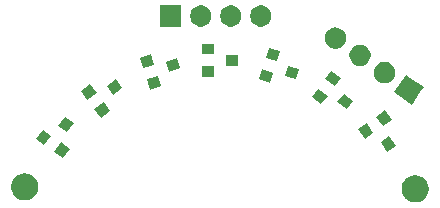
<source format=gbr>
G04 #@! TF.GenerationSoftware,KiCad,Pcbnew,(5.1.5)-3*
G04 #@! TF.CreationDate,2021-02-16T09:17:14-06:00*
G04 #@! TF.ProjectId,HallSensorSMD,48616c6c-5365-46e7-936f-72534d442e6b,rev?*
G04 #@! TF.SameCoordinates,Original*
G04 #@! TF.FileFunction,Soldermask,Top*
G04 #@! TF.FilePolarity,Negative*
%FSLAX46Y46*%
G04 Gerber Fmt 4.6, Leading zero omitted, Abs format (unit mm)*
G04 Created by KiCad (PCBNEW (5.1.5)-3) date 2021-02-16 09:17:14*
%MOMM*%
%LPD*%
G04 APERTURE LIST*
%ADD10C,0.100000*%
G04 APERTURE END LIST*
D10*
G36*
X146734549Y-61761116D02*
G01*
X146845734Y-61783232D01*
X147055203Y-61869997D01*
X147243720Y-61995960D01*
X147404040Y-62156280D01*
X147530003Y-62344797D01*
X147616768Y-62554266D01*
X147661000Y-62776636D01*
X147661000Y-63003364D01*
X147616768Y-63225734D01*
X147530003Y-63435203D01*
X147404040Y-63623720D01*
X147243720Y-63784040D01*
X147055203Y-63910003D01*
X146845734Y-63996768D01*
X146734549Y-64018884D01*
X146623365Y-64041000D01*
X146396635Y-64041000D01*
X146285451Y-64018884D01*
X146174266Y-63996768D01*
X145964797Y-63910003D01*
X145776280Y-63784040D01*
X145615960Y-63623720D01*
X145489997Y-63435203D01*
X145403232Y-63225734D01*
X145359000Y-63003364D01*
X145359000Y-62776636D01*
X145403232Y-62554266D01*
X145489997Y-62344797D01*
X145615960Y-62156280D01*
X145776280Y-61995960D01*
X145964797Y-61869997D01*
X146174266Y-61783232D01*
X146285451Y-61761116D01*
X146396635Y-61739000D01*
X146623365Y-61739000D01*
X146734549Y-61761116D01*
G37*
G36*
X113674549Y-61591116D02*
G01*
X113785734Y-61613232D01*
X113995203Y-61699997D01*
X114183720Y-61825960D01*
X114344040Y-61986280D01*
X114470003Y-62174797D01*
X114556768Y-62384266D01*
X114601000Y-62606636D01*
X114601000Y-62833364D01*
X114556768Y-63055734D01*
X114470003Y-63265203D01*
X114344040Y-63453720D01*
X114183720Y-63614040D01*
X113995203Y-63740003D01*
X113785734Y-63826768D01*
X113674549Y-63848884D01*
X113563365Y-63871000D01*
X113336635Y-63871000D01*
X113225451Y-63848884D01*
X113114266Y-63826768D01*
X112904797Y-63740003D01*
X112716280Y-63614040D01*
X112555960Y-63453720D01*
X112429997Y-63265203D01*
X112343232Y-63055734D01*
X112299000Y-62833364D01*
X112299000Y-62606636D01*
X112343232Y-62384266D01*
X112429997Y-62174797D01*
X112555960Y-61986280D01*
X112716280Y-61825960D01*
X112904797Y-61699997D01*
X113114266Y-61613232D01*
X113225451Y-61591116D01*
X113336635Y-61569000D01*
X113563365Y-61569000D01*
X113674549Y-61591116D01*
G37*
G36*
X117256918Y-59479938D02*
G01*
X116682194Y-60300728D01*
X115943318Y-59783362D01*
X116518042Y-58962572D01*
X117256918Y-59479938D01*
G37*
G36*
X144892776Y-59251164D02*
G01*
X144153900Y-59768530D01*
X143579176Y-58947740D01*
X144318052Y-58430374D01*
X144892776Y-59251164D01*
G37*
G36*
X115700529Y-58390142D02*
G01*
X115125805Y-59210932D01*
X114386929Y-58693566D01*
X114961653Y-57872776D01*
X115700529Y-58390142D01*
G37*
G36*
X142967429Y-58157758D02*
G01*
X142228553Y-58675124D01*
X141653829Y-57854334D01*
X142392705Y-57336968D01*
X142967429Y-58157758D01*
G37*
G36*
X117625876Y-57296736D02*
G01*
X117051152Y-58117526D01*
X116312276Y-57600160D01*
X116887000Y-56779370D01*
X117625876Y-57296736D01*
G37*
G36*
X144523818Y-57067962D02*
G01*
X143784942Y-57585328D01*
X143210218Y-56764538D01*
X143949094Y-56247172D01*
X144523818Y-57067962D01*
G37*
G36*
X120688523Y-56274320D02*
G01*
X119883058Y-56870333D01*
X119346527Y-56145254D01*
X120151992Y-55549241D01*
X120688523Y-56274320D01*
G37*
G36*
X141276455Y-55445090D02*
G01*
X140739924Y-56170169D01*
X139934459Y-55574156D01*
X140470990Y-54849077D01*
X141276455Y-55445090D01*
G37*
G36*
X146099707Y-53469898D02*
G01*
X147254848Y-54278736D01*
X147254848Y-54278737D01*
X146944987Y-54721264D01*
X146221264Y-55754848D01*
X146221263Y-55754848D01*
X145613347Y-55329180D01*
X144745152Y-54721264D01*
X144745152Y-54721263D01*
X145170820Y-54113347D01*
X145778736Y-53245152D01*
X145778737Y-53245152D01*
X146099707Y-53469898D01*
G37*
G36*
X139103659Y-55019108D02*
G01*
X138567128Y-55744187D01*
X137761663Y-55148174D01*
X138298194Y-54423095D01*
X139103659Y-55019108D01*
G37*
G36*
X119558359Y-54746992D02*
G01*
X118752894Y-55343005D01*
X118216363Y-54617926D01*
X119021828Y-54021913D01*
X119558359Y-54746992D01*
G37*
G36*
X121731155Y-54321010D02*
G01*
X120925690Y-54917023D01*
X120389159Y-54191944D01*
X121194624Y-53595931D01*
X121731155Y-54321010D01*
G37*
G36*
X125015256Y-54178930D02*
G01*
X124062297Y-54488565D01*
X123783564Y-53630712D01*
X124736523Y-53321077D01*
X125015256Y-54178930D01*
G37*
G36*
X140233823Y-53491780D02*
G01*
X139697292Y-54216859D01*
X138891827Y-53620846D01*
X139428358Y-52895767D01*
X140233823Y-53491780D01*
G37*
G36*
X144032866Y-52147043D02*
G01*
X144182166Y-52176740D01*
X144346138Y-52244660D01*
X144493708Y-52343263D01*
X144619207Y-52468762D01*
X144717810Y-52616332D01*
X144785730Y-52780304D01*
X144820354Y-52954375D01*
X144820354Y-53131857D01*
X144785730Y-53305928D01*
X144717810Y-53469900D01*
X144619207Y-53617470D01*
X144493708Y-53742969D01*
X144346138Y-53841572D01*
X144182166Y-53909492D01*
X144032866Y-53939189D01*
X144008096Y-53944116D01*
X143830612Y-53944116D01*
X143805842Y-53939189D01*
X143656542Y-53909492D01*
X143492570Y-53841572D01*
X143345000Y-53742969D01*
X143219501Y-53617470D01*
X143120898Y-53469900D01*
X143052978Y-53305928D01*
X143018354Y-53131857D01*
X143018354Y-52954375D01*
X143052978Y-52780304D01*
X143120898Y-52616332D01*
X143219501Y-52468762D01*
X143345000Y-52343263D01*
X143492570Y-52244660D01*
X143656542Y-52176740D01*
X143805842Y-52147043D01*
X143830612Y-52142116D01*
X144008096Y-52142116D01*
X144032866Y-52147043D01*
G37*
G36*
X134499223Y-53050778D02*
G01*
X134220490Y-53908631D01*
X133267531Y-53598996D01*
X133546264Y-52741143D01*
X134499223Y-53050778D01*
G37*
G36*
X136694903Y-52765308D02*
G01*
X136416170Y-53623161D01*
X135463211Y-53313526D01*
X135741944Y-52455673D01*
X136694903Y-52765308D01*
G37*
G36*
X129501000Y-53401000D02*
G01*
X128499000Y-53401000D01*
X128499000Y-52499000D01*
X129501000Y-52499000D01*
X129501000Y-53401000D01*
G37*
G36*
X126623803Y-52657392D02*
G01*
X125670844Y-52967027D01*
X125392111Y-52109174D01*
X126345070Y-51799539D01*
X126623803Y-52657392D01*
G37*
G36*
X124428123Y-52371922D02*
G01*
X123475164Y-52681557D01*
X123196431Y-51823704D01*
X124149390Y-51514069D01*
X124428123Y-52371922D01*
G37*
G36*
X141952220Y-50690159D02*
G01*
X142101520Y-50719856D01*
X142265492Y-50787776D01*
X142413062Y-50886379D01*
X142538561Y-51011878D01*
X142637164Y-51159448D01*
X142705084Y-51323420D01*
X142739708Y-51497491D01*
X142739708Y-51674973D01*
X142705084Y-51849044D01*
X142637164Y-52013016D01*
X142538561Y-52160586D01*
X142413062Y-52286085D01*
X142265492Y-52384688D01*
X142101520Y-52452608D01*
X141952220Y-52482305D01*
X141927450Y-52487232D01*
X141749966Y-52487232D01*
X141725196Y-52482305D01*
X141575896Y-52452608D01*
X141411924Y-52384688D01*
X141264354Y-52286085D01*
X141138855Y-52160586D01*
X141040252Y-52013016D01*
X140972332Y-51849044D01*
X140937708Y-51674973D01*
X140937708Y-51497491D01*
X140972332Y-51323420D01*
X141040252Y-51159448D01*
X141138855Y-51011878D01*
X141264354Y-50886379D01*
X141411924Y-50787776D01*
X141575896Y-50719856D01*
X141725196Y-50690159D01*
X141749966Y-50685232D01*
X141927450Y-50685232D01*
X141952220Y-50690159D01*
G37*
G36*
X131501000Y-52451000D02*
G01*
X130499000Y-52451000D01*
X130499000Y-51549000D01*
X131501000Y-51549000D01*
X131501000Y-52451000D01*
G37*
G36*
X135086356Y-51243770D02*
G01*
X134807623Y-52101623D01*
X133854664Y-51791988D01*
X134133397Y-50934135D01*
X135086356Y-51243770D01*
G37*
G36*
X129501000Y-51501000D02*
G01*
X128499000Y-51501000D01*
X128499000Y-50599000D01*
X129501000Y-50599000D01*
X129501000Y-51501000D01*
G37*
G36*
X139871573Y-49233275D02*
G01*
X140020873Y-49262972D01*
X140184845Y-49330892D01*
X140332415Y-49429495D01*
X140457914Y-49554994D01*
X140556517Y-49702564D01*
X140624437Y-49866536D01*
X140659061Y-50040607D01*
X140659061Y-50218089D01*
X140624437Y-50392160D01*
X140556517Y-50556132D01*
X140457914Y-50703702D01*
X140332415Y-50829201D01*
X140184845Y-50927804D01*
X140020873Y-50995724D01*
X139871573Y-51025421D01*
X139846803Y-51030348D01*
X139669319Y-51030348D01*
X139644549Y-51025421D01*
X139495249Y-50995724D01*
X139331277Y-50927804D01*
X139183707Y-50829201D01*
X139058208Y-50703702D01*
X138959605Y-50556132D01*
X138891685Y-50392160D01*
X138857061Y-50218089D01*
X138857061Y-50040607D01*
X138891685Y-49866536D01*
X138959605Y-49702564D01*
X139058208Y-49554994D01*
X139183707Y-49429495D01*
X139331277Y-49330892D01*
X139495249Y-49262972D01*
X139644549Y-49233275D01*
X139669319Y-49228348D01*
X139846803Y-49228348D01*
X139871573Y-49233275D01*
G37*
G36*
X133552412Y-47353927D02*
G01*
X133701712Y-47383624D01*
X133865684Y-47451544D01*
X134013254Y-47550147D01*
X134138753Y-47675646D01*
X134237356Y-47823216D01*
X134305276Y-47987188D01*
X134339900Y-48161259D01*
X134339900Y-48338741D01*
X134305276Y-48512812D01*
X134237356Y-48676784D01*
X134138753Y-48824354D01*
X134013254Y-48949853D01*
X133865684Y-49048456D01*
X133701712Y-49116376D01*
X133552412Y-49146073D01*
X133527642Y-49151000D01*
X133350158Y-49151000D01*
X133325388Y-49146073D01*
X133176088Y-49116376D01*
X133012116Y-49048456D01*
X132864546Y-48949853D01*
X132739047Y-48824354D01*
X132640444Y-48676784D01*
X132572524Y-48512812D01*
X132537900Y-48338741D01*
X132537900Y-48161259D01*
X132572524Y-47987188D01*
X132640444Y-47823216D01*
X132739047Y-47675646D01*
X132864546Y-47550147D01*
X133012116Y-47451544D01*
X133176088Y-47383624D01*
X133325388Y-47353927D01*
X133350158Y-47349000D01*
X133527642Y-47349000D01*
X133552412Y-47353927D01*
G37*
G36*
X131012412Y-47353927D02*
G01*
X131161712Y-47383624D01*
X131325684Y-47451544D01*
X131473254Y-47550147D01*
X131598753Y-47675646D01*
X131697356Y-47823216D01*
X131765276Y-47987188D01*
X131799900Y-48161259D01*
X131799900Y-48338741D01*
X131765276Y-48512812D01*
X131697356Y-48676784D01*
X131598753Y-48824354D01*
X131473254Y-48949853D01*
X131325684Y-49048456D01*
X131161712Y-49116376D01*
X131012412Y-49146073D01*
X130987642Y-49151000D01*
X130810158Y-49151000D01*
X130785388Y-49146073D01*
X130636088Y-49116376D01*
X130472116Y-49048456D01*
X130324546Y-48949853D01*
X130199047Y-48824354D01*
X130100444Y-48676784D01*
X130032524Y-48512812D01*
X129997900Y-48338741D01*
X129997900Y-48161259D01*
X130032524Y-47987188D01*
X130100444Y-47823216D01*
X130199047Y-47675646D01*
X130324546Y-47550147D01*
X130472116Y-47451544D01*
X130636088Y-47383624D01*
X130785388Y-47353927D01*
X130810158Y-47349000D01*
X130987642Y-47349000D01*
X131012412Y-47353927D01*
G37*
G36*
X128472412Y-47353927D02*
G01*
X128621712Y-47383624D01*
X128785684Y-47451544D01*
X128933254Y-47550147D01*
X129058753Y-47675646D01*
X129157356Y-47823216D01*
X129225276Y-47987188D01*
X129259900Y-48161259D01*
X129259900Y-48338741D01*
X129225276Y-48512812D01*
X129157356Y-48676784D01*
X129058753Y-48824354D01*
X128933254Y-48949853D01*
X128785684Y-49048456D01*
X128621712Y-49116376D01*
X128472412Y-49146073D01*
X128447642Y-49151000D01*
X128270158Y-49151000D01*
X128245388Y-49146073D01*
X128096088Y-49116376D01*
X127932116Y-49048456D01*
X127784546Y-48949853D01*
X127659047Y-48824354D01*
X127560444Y-48676784D01*
X127492524Y-48512812D01*
X127457900Y-48338741D01*
X127457900Y-48161259D01*
X127492524Y-47987188D01*
X127560444Y-47823216D01*
X127659047Y-47675646D01*
X127784546Y-47550147D01*
X127932116Y-47451544D01*
X128096088Y-47383624D01*
X128245388Y-47353927D01*
X128270158Y-47349000D01*
X128447642Y-47349000D01*
X128472412Y-47353927D01*
G37*
G36*
X126719900Y-49151000D02*
G01*
X124917900Y-49151000D01*
X124917900Y-47349000D01*
X126719900Y-47349000D01*
X126719900Y-49151000D01*
G37*
M02*

</source>
